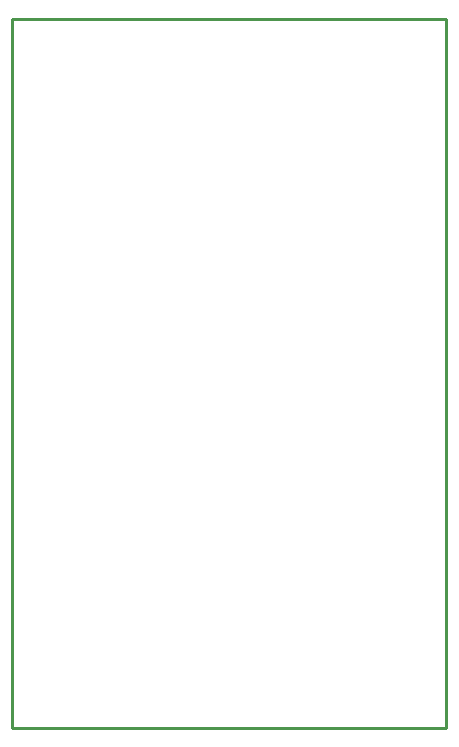
<source format=gbr>
G04 EAGLE Gerber RS-274X export*
G75*
%MOMM*%
%FSLAX34Y34*%
%LPD*%
%IN*%
%IPPOS*%
%AMOC8*
5,1,8,0,0,1.08239X$1,22.5*%
G01*
%ADD10C,0.254000*%


D10*
X0Y0D02*
X367500Y0D01*
X367500Y600000D01*
X0Y600000D01*
X0Y0D01*
M02*

</source>
